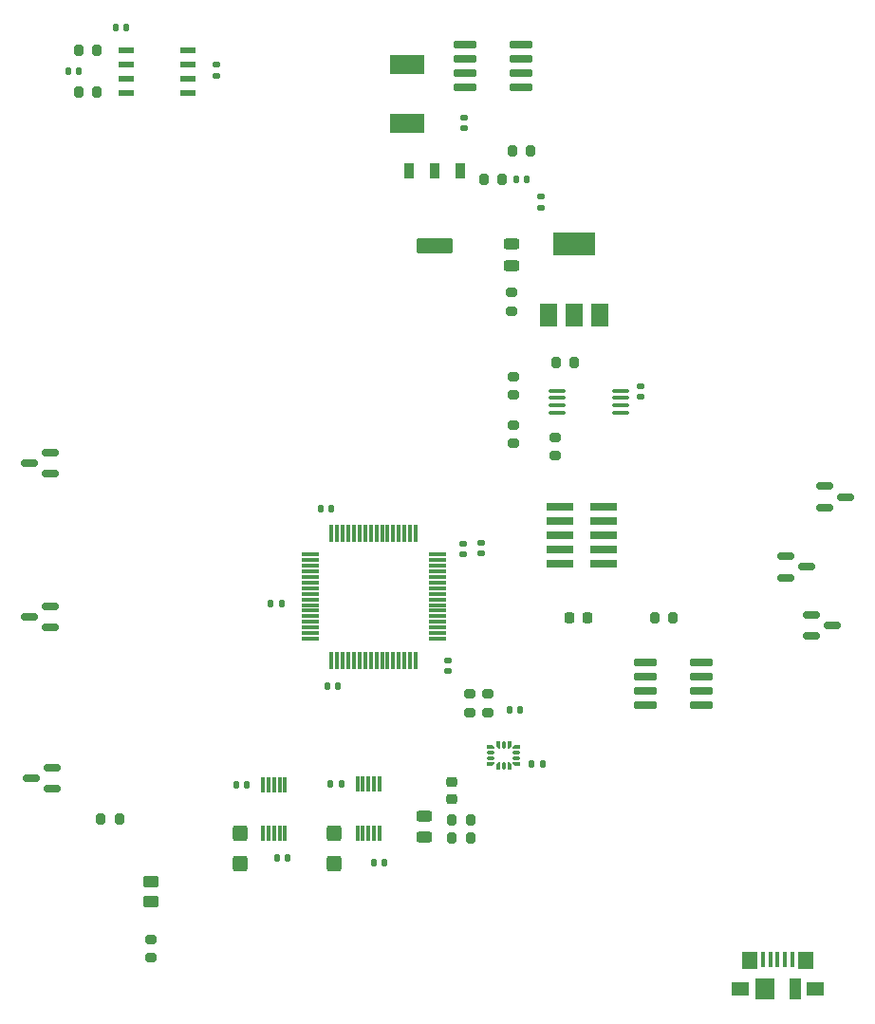
<source format=gtp>
G04 #@! TF.GenerationSoftware,KiCad,Pcbnew,(6.0.5)*
G04 #@! TF.CreationDate,2022-10-08T14:47:35-04:00*
G04 #@! TF.ProjectId,Lights_Board,4c696768-7473-45f4-926f-6172642e6b69,rev?*
G04 #@! TF.SameCoordinates,Original*
G04 #@! TF.FileFunction,Paste,Top*
G04 #@! TF.FilePolarity,Positive*
%FSLAX46Y46*%
G04 Gerber Fmt 4.6, Leading zero omitted, Abs format (unit mm)*
G04 Created by KiCad (PCBNEW (6.0.5)) date 2022-10-08 14:47:35*
%MOMM*%
%LPD*%
G01*
G04 APERTURE LIST*
G04 Aperture macros list*
%AMRoundRect*
0 Rectangle with rounded corners*
0 $1 Rounding radius*
0 $2 $3 $4 $5 $6 $7 $8 $9 X,Y pos of 4 corners*
0 Add a 4 corners polygon primitive as box body*
4,1,4,$2,$3,$4,$5,$6,$7,$8,$9,$2,$3,0*
0 Add four circle primitives for the rounded corners*
1,1,$1+$1,$2,$3*
1,1,$1+$1,$4,$5*
1,1,$1+$1,$6,$7*
1,1,$1+$1,$8,$9*
0 Add four rect primitives between the rounded corners*
20,1,$1+$1,$2,$3,$4,$5,0*
20,1,$1+$1,$4,$5,$6,$7,0*
20,1,$1+$1,$6,$7,$8,$9,0*
20,1,$1+$1,$8,$9,$2,$3,0*%
%AMFreePoly0*
4,1,48,0.036020,0.199191,0.037970,0.199714,0.040958,0.198321,0.057086,0.195477,0.069630,0.184951,0.084467,0.178033,0.290533,-0.028033,0.293203,-0.031847,0.294953,-0.032857,0.296081,-0.035957,0.305473,-0.049370,0.306900,-0.065680,0.312500,-0.081066,0.312500,-0.125000,0.310782,-0.134742,0.311361,-0.138024,0.309695,-0.140910,0.307977,-0.150652,0.295451,-0.165579,0.285709,-0.182453,
0.279350,-0.184767,0.275000,-0.189952,0.255809,-0.193336,0.237500,-0.200000,-0.237500,-0.200000,-0.247242,-0.198282,-0.250524,-0.198861,-0.253410,-0.197195,-0.263152,-0.195477,-0.278079,-0.182951,-0.294953,-0.173209,-0.297267,-0.166850,-0.302452,-0.162500,-0.305836,-0.143309,-0.312500,-0.125000,-0.312500,0.125000,-0.310782,0.134742,-0.311361,0.138024,-0.309695,0.140910,-0.307977,0.150652,
-0.295451,0.165579,-0.285709,0.182453,-0.279350,0.184767,-0.275000,0.189952,-0.255809,0.193336,-0.237500,0.200000,0.031434,0.200000,0.036020,0.199191,0.036020,0.199191,$1*%
%AMFreePoly1*
4,1,48,0.247242,0.198282,0.250524,0.198861,0.253410,0.197195,0.263152,0.195477,0.278079,0.182951,0.294953,0.173209,0.297267,0.166850,0.302452,0.162500,0.305836,0.143309,0.312500,0.125000,0.312500,0.081066,0.311691,0.076480,0.312214,0.074529,0.310820,0.071540,0.307977,0.055414,0.297452,0.042871,0.290533,0.028033,0.084467,-0.178033,0.080653,-0.180703,0.079643,-0.182453,
0.076543,-0.183581,0.063130,-0.192973,0.046819,-0.194400,0.031434,-0.200000,-0.237500,-0.200000,-0.247242,-0.198282,-0.250524,-0.198861,-0.253410,-0.197195,-0.263152,-0.195477,-0.278079,-0.182951,-0.294953,-0.173209,-0.297267,-0.166850,-0.302452,-0.162500,-0.305836,-0.143309,-0.312500,-0.125000,-0.312500,0.125000,-0.310782,0.134742,-0.311361,0.138024,-0.309695,0.140910,-0.307977,0.150652,
-0.295451,0.165579,-0.285709,0.182453,-0.279350,0.184767,-0.275000,0.189952,-0.255809,0.193336,-0.237500,0.200000,0.237500,0.200000,0.247242,0.198282,0.247242,0.198282,$1*%
%AMFreePoly2*
4,1,48,0.134742,0.310782,0.138024,0.311361,0.140910,0.309695,0.150652,0.307977,0.165579,0.295451,0.182453,0.285709,0.184767,0.279350,0.189952,0.275000,0.193336,0.255809,0.200000,0.237500,0.200000,-0.237500,0.198282,-0.247242,0.198861,-0.250524,0.197195,-0.253410,0.195477,-0.263152,0.182951,-0.278079,0.173209,-0.294953,0.166850,-0.297267,0.162500,-0.302452,0.143309,-0.305836,
0.125000,-0.312500,-0.125000,-0.312500,-0.134742,-0.310782,-0.138024,-0.311361,-0.140910,-0.309695,-0.150652,-0.307977,-0.165579,-0.295451,-0.182453,-0.285709,-0.184767,-0.279350,-0.189952,-0.275000,-0.193336,-0.255809,-0.200000,-0.237500,-0.200000,0.031434,-0.199191,0.036020,-0.199714,0.037970,-0.198321,0.040958,-0.195477,0.057086,-0.184951,0.069630,-0.178033,0.084467,0.028033,0.290533,
0.031847,0.293203,0.032857,0.294953,0.035957,0.296081,0.049370,0.305473,0.065680,0.306900,0.081066,0.312500,0.125000,0.312500,0.134742,0.310782,0.134742,0.310782,$1*%
%AMFreePoly3*
4,1,48,-0.076480,0.311691,-0.074530,0.312214,-0.071542,0.310821,-0.055414,0.307977,-0.042870,0.297451,-0.028033,0.290533,0.178033,0.084467,0.180703,0.080653,0.182453,0.079643,0.183581,0.076543,0.192973,0.063130,0.194400,0.046820,0.200000,0.031434,0.200000,-0.237500,0.198282,-0.247242,0.198861,-0.250524,0.197195,-0.253410,0.195477,-0.263152,0.182951,-0.278079,0.173209,-0.294953,
0.166850,-0.297267,0.162500,-0.302452,0.143309,-0.305836,0.125000,-0.312500,-0.125000,-0.312500,-0.134742,-0.310782,-0.138024,-0.311361,-0.140910,-0.309695,-0.150652,-0.307977,-0.165579,-0.295451,-0.182453,-0.285709,-0.184767,-0.279350,-0.189952,-0.275000,-0.193336,-0.255809,-0.200000,-0.237500,-0.200000,0.237500,-0.198282,0.247242,-0.198861,0.250524,-0.197195,0.253410,-0.195477,0.263152,
-0.182951,0.278079,-0.173209,0.294953,-0.166850,0.297267,-0.162500,0.302452,-0.143309,0.305836,-0.125000,0.312500,-0.081066,0.312500,-0.076480,0.311691,-0.076480,0.311691,$1*%
%AMFreePoly4*
4,1,48,0.247242,0.198282,0.250524,0.198861,0.253410,0.197195,0.263152,0.195477,0.278079,0.182951,0.294953,0.173209,0.297267,0.166850,0.302452,0.162500,0.305836,0.143309,0.312500,0.125000,0.312500,-0.125000,0.310782,-0.134742,0.311361,-0.138024,0.309695,-0.140910,0.307977,-0.150652,0.295451,-0.165579,0.285709,-0.182453,0.279350,-0.184767,0.275000,-0.189952,0.255809,-0.193336,
0.237500,-0.200000,-0.031434,-0.200000,-0.036020,-0.199191,-0.037971,-0.199714,-0.040960,-0.198320,-0.057086,-0.195477,-0.069629,-0.184952,-0.084467,-0.178033,-0.290533,0.028033,-0.293203,0.031847,-0.294953,0.032857,-0.296081,0.035957,-0.305473,0.049370,-0.306900,0.065681,-0.312500,0.081066,-0.312500,0.125000,-0.310782,0.134742,-0.311361,0.138024,-0.309695,0.140910,-0.307977,0.150652,
-0.295451,0.165579,-0.285709,0.182453,-0.279350,0.184767,-0.275000,0.189952,-0.255809,0.193336,-0.237500,0.200000,0.237500,0.200000,0.247242,0.198282,0.247242,0.198282,$1*%
%AMFreePoly5*
4,1,48,0.247242,0.198282,0.250524,0.198861,0.253410,0.197195,0.263152,0.195477,0.278079,0.182951,0.294953,0.173209,0.297267,0.166850,0.302452,0.162500,0.305836,0.143309,0.312500,0.125000,0.312500,-0.125000,0.310782,-0.134742,0.311361,-0.138024,0.309695,-0.140910,0.307977,-0.150652,0.295451,-0.165579,0.285709,-0.182453,0.279350,-0.184767,0.275000,-0.189952,0.255809,-0.193336,
0.237500,-0.200000,-0.237500,-0.200000,-0.247242,-0.198282,-0.250524,-0.198861,-0.253410,-0.197195,-0.263152,-0.195477,-0.278079,-0.182951,-0.294953,-0.173209,-0.297267,-0.166850,-0.302452,-0.162500,-0.305836,-0.143309,-0.312500,-0.125000,-0.312500,-0.081066,-0.311691,-0.076480,-0.312214,-0.074530,-0.310821,-0.071542,-0.307977,-0.055414,-0.297451,-0.042870,-0.290533,-0.028033,-0.084467,0.178033,
-0.080653,0.180703,-0.079643,0.182453,-0.076543,0.183581,-0.063130,0.192973,-0.046820,0.194400,-0.031434,0.200000,0.237500,0.200000,0.247242,0.198282,0.247242,0.198282,$1*%
%AMFreePoly6*
4,1,48,0.134742,0.310782,0.138024,0.311361,0.140910,0.309695,0.150652,0.307977,0.165579,0.295451,0.182453,0.285709,0.184767,0.279350,0.189952,0.275000,0.193336,0.255809,0.200000,0.237500,0.200000,-0.031434,0.199191,-0.036020,0.199714,-0.037971,0.198320,-0.040960,0.195477,-0.057086,0.184952,-0.069629,0.178033,-0.084467,-0.028033,-0.290533,-0.031847,-0.293203,-0.032857,-0.294953,
-0.035957,-0.296081,-0.049370,-0.305473,-0.065681,-0.306900,-0.081066,-0.312500,-0.125000,-0.312500,-0.134742,-0.310782,-0.138024,-0.311361,-0.140910,-0.309695,-0.150652,-0.307977,-0.165579,-0.295451,-0.182453,-0.285709,-0.184767,-0.279350,-0.189952,-0.275000,-0.193336,-0.255809,-0.200000,-0.237500,-0.200000,0.237500,-0.198282,0.247242,-0.198861,0.250524,-0.197195,0.253410,-0.195477,0.263152,
-0.182951,0.278079,-0.173209,0.294953,-0.166850,0.297267,-0.162500,0.302452,-0.143309,0.305836,-0.125000,0.312500,0.125000,0.312500,0.134742,0.310782,0.134742,0.310782,$1*%
%AMFreePoly7*
4,1,48,0.134742,0.310782,0.138024,0.311361,0.140910,0.309695,0.150652,0.307977,0.165579,0.295451,0.182453,0.285709,0.184767,0.279350,0.189952,0.275000,0.193336,0.255809,0.200000,0.237500,0.200000,-0.237500,0.198282,-0.247242,0.198861,-0.250524,0.197195,-0.253410,0.195477,-0.263152,0.182951,-0.278079,0.173209,-0.294953,0.166850,-0.297267,0.162500,-0.302452,0.143309,-0.305836,
0.125000,-0.312500,0.081066,-0.312500,0.076480,-0.311691,0.074529,-0.312214,0.071540,-0.310820,0.055414,-0.307977,0.042871,-0.297452,0.028033,-0.290533,-0.178033,-0.084467,-0.180703,-0.080653,-0.182453,-0.079643,-0.183581,-0.076543,-0.192973,-0.063130,-0.194400,-0.046819,-0.200000,-0.031434,-0.200000,0.237500,-0.198282,0.247242,-0.198861,0.250524,-0.197195,0.253410,-0.195477,0.263152,
-0.182951,0.278079,-0.173209,0.294953,-0.166850,0.297267,-0.162500,0.302452,-0.143309,0.305836,-0.125000,0.312500,0.125000,0.312500,0.134742,0.310782,0.134742,0.310782,$1*%
G04 Aperture macros list end*
%ADD10RoundRect,0.042000X-0.943000X-0.258000X0.943000X-0.258000X0.943000X0.258000X-0.943000X0.258000X0*%
%ADD11RoundRect,0.150000X-0.587500X-0.150000X0.587500X-0.150000X0.587500X0.150000X-0.587500X0.150000X0*%
%ADD12RoundRect,0.140000X0.140000X0.170000X-0.140000X0.170000X-0.140000X-0.170000X0.140000X-0.170000X0*%
%ADD13RoundRect,0.140000X-0.140000X-0.170000X0.140000X-0.170000X0.140000X0.170000X-0.140000X0.170000X0*%
%ADD14RoundRect,0.140000X0.170000X-0.140000X0.170000X0.140000X-0.170000X0.140000X-0.170000X-0.140000X0*%
%ADD15RoundRect,0.243750X0.456250X-0.243750X0.456250X0.243750X-0.456250X0.243750X-0.456250X-0.243750X0*%
%ADD16RoundRect,0.218750X0.256250X-0.218750X0.256250X0.218750X-0.256250X0.218750X-0.256250X-0.218750X0*%
%ADD17RoundRect,0.218750X0.218750X0.256250X-0.218750X0.256250X-0.218750X-0.256250X0.218750X-0.256250X0*%
%ADD18R,2.400000X0.740000*%
%ADD19R,0.450000X1.380000*%
%ADD20R,1.000000X1.900000*%
%ADD21R,1.425000X1.550000*%
%ADD22R,1.650000X1.300000*%
%ADD23R,1.800000X1.900000*%
%ADD24RoundRect,0.200000X0.200000X0.275000X-0.200000X0.275000X-0.200000X-0.275000X0.200000X-0.275000X0*%
%ADD25RoundRect,0.200000X-0.200000X-0.275000X0.200000X-0.275000X0.200000X0.275000X-0.200000X0.275000X0*%
%ADD26RoundRect,0.200000X-0.275000X0.200000X-0.275000X-0.200000X0.275000X-0.200000X0.275000X0.200000X0*%
%ADD27RoundRect,0.075000X-0.700000X-0.075000X0.700000X-0.075000X0.700000X0.075000X-0.700000X0.075000X0*%
%ADD28RoundRect,0.075000X-0.075000X-0.700000X0.075000X-0.700000X0.075000X0.700000X-0.075000X0.700000X0*%
%ADD29R,1.500000X2.000000*%
%ADD30R,3.800000X2.000000*%
%ADD31RoundRect,0.100000X-0.637500X-0.100000X0.637500X-0.100000X0.637500X0.100000X-0.637500X0.100000X0*%
%ADD32R,1.400000X0.600000*%
%ADD33RoundRect,0.140000X-0.170000X0.140000X-0.170000X-0.140000X0.170000X-0.140000X0.170000X0.140000X0*%
%ADD34RoundRect,0.150000X0.587500X0.150000X-0.587500X0.150000X-0.587500X-0.150000X0.587500X-0.150000X0*%
%ADD35RoundRect,0.093000X0.372000X0.562000X-0.372000X0.562000X-0.372000X-0.562000X0.372000X-0.562000X0*%
%ADD36RoundRect,0.131000X1.489000X0.524000X-1.489000X0.524000X-1.489000X-0.524000X1.489000X-0.524000X0*%
%ADD37RoundRect,0.250000X-0.425000X0.450000X-0.425000X-0.450000X0.425000X-0.450000X0.425000X0.450000X0*%
%ADD38R,0.300000X1.400000*%
%ADD39R,3.150000X1.780000*%
%ADD40RoundRect,0.250000X-0.450000X0.262500X-0.450000X-0.262500X0.450000X-0.262500X0.450000X0.262500X0*%
%ADD41FreePoly0,0.000000*%
%ADD42RoundRect,0.100000X-0.212500X-0.100000X0.212500X-0.100000X0.212500X0.100000X-0.212500X0.100000X0*%
%ADD43FreePoly1,0.000000*%
%ADD44FreePoly2,0.000000*%
%ADD45RoundRect,0.100000X-0.100000X-0.212500X0.100000X-0.212500X0.100000X0.212500X-0.100000X0.212500X0*%
%ADD46FreePoly3,0.000000*%
%ADD47FreePoly4,0.000000*%
%ADD48FreePoly5,0.000000*%
%ADD49FreePoly6,0.000000*%
%ADD50FreePoly7,0.000000*%
G04 APERTURE END LIST*
D10*
X168572500Y-119253000D03*
X168572500Y-120523000D03*
X168572500Y-121793000D03*
X168572500Y-123063000D03*
X173522500Y-123063000D03*
X173522500Y-121793000D03*
X173522500Y-120523000D03*
X173522500Y-119253000D03*
X152465000Y-64135000D03*
X152465000Y-65405000D03*
X152465000Y-66675000D03*
X152465000Y-67945000D03*
X157415000Y-67945000D03*
X157415000Y-66675000D03*
X157415000Y-65405000D03*
X157415000Y-64135000D03*
D11*
X183339500Y-115001000D03*
X183339500Y-116901000D03*
X185214500Y-115951000D03*
D12*
X117980000Y-66500000D03*
X117020000Y-66500000D03*
D13*
X157000000Y-76200000D03*
X157960000Y-76200000D03*
D14*
X152400000Y-71600000D03*
X152400000Y-70640000D03*
X168100000Y-95580000D03*
X168100000Y-94620000D03*
X159250000Y-78680000D03*
X159250000Y-77720000D03*
D15*
X148800000Y-134837500D03*
X148800000Y-132962500D03*
D16*
X151300000Y-131487500D03*
X151300000Y-129912500D03*
D15*
X156600000Y-83837500D03*
X156600000Y-81962500D03*
D17*
X163347500Y-115300000D03*
X161772500Y-115300000D03*
D18*
X164850000Y-110440000D03*
X160950000Y-110440000D03*
X164850000Y-109170000D03*
X160950000Y-109170000D03*
X164850000Y-107900000D03*
X160950000Y-107900000D03*
X164850000Y-106630000D03*
X160950000Y-106630000D03*
X164850000Y-105360000D03*
X160950000Y-105360000D03*
D19*
X179040000Y-145740000D03*
X179690000Y-145740000D03*
X180340000Y-145740000D03*
X180990000Y-145740000D03*
X181640000Y-145740000D03*
D20*
X181890000Y-148400000D03*
D21*
X177852500Y-145825000D03*
D22*
X176965000Y-148400000D03*
X183715000Y-148400000D03*
D21*
X182827500Y-145825000D03*
D23*
X179190000Y-148400000D03*
D24*
X152925000Y-133300000D03*
X151275000Y-133300000D03*
D25*
X160575000Y-92500000D03*
X162225000Y-92500000D03*
D26*
X156800000Y-93775000D03*
X156800000Y-95425000D03*
D24*
X119637500Y-64700000D03*
X117987500Y-64700000D03*
X119625000Y-68400000D03*
X117975000Y-68400000D03*
D26*
X156800000Y-98075000D03*
X156800000Y-99725000D03*
X160500000Y-99175000D03*
X160500000Y-100825000D03*
X156600000Y-86275000D03*
X156600000Y-87925000D03*
D27*
X138625000Y-109650000D03*
X138625000Y-110150000D03*
X138625000Y-110650000D03*
X138625000Y-111150000D03*
X138625000Y-111650000D03*
X138625000Y-112150000D03*
X138625000Y-112650000D03*
X138625000Y-113150000D03*
X138625000Y-113650000D03*
X138625000Y-114150000D03*
X138625000Y-114650000D03*
X138625000Y-115150000D03*
X138625000Y-115650000D03*
X138625000Y-116150000D03*
X138625000Y-116650000D03*
X138625000Y-117150000D03*
D28*
X140550000Y-119075000D03*
X141050000Y-119075000D03*
X141550000Y-119075000D03*
X142050000Y-119075000D03*
X142550000Y-119075000D03*
X143050000Y-119075000D03*
X143550000Y-119075000D03*
X144050000Y-119075000D03*
X144550000Y-119075000D03*
X145050000Y-119075000D03*
X145550000Y-119075000D03*
X146050000Y-119075000D03*
X146550000Y-119075000D03*
X147050000Y-119075000D03*
X147550000Y-119075000D03*
X148050000Y-119075000D03*
D27*
X149975000Y-117150000D03*
X149975000Y-116650000D03*
X149975000Y-116150000D03*
X149975000Y-115650000D03*
X149975000Y-115150000D03*
X149975000Y-114650000D03*
X149975000Y-114150000D03*
X149975000Y-113650000D03*
X149975000Y-113150000D03*
X149975000Y-112650000D03*
X149975000Y-112150000D03*
X149975000Y-111650000D03*
X149975000Y-111150000D03*
X149975000Y-110650000D03*
X149975000Y-110150000D03*
X149975000Y-109650000D03*
D28*
X148050000Y-107725000D03*
X147550000Y-107725000D03*
X147050000Y-107725000D03*
X146550000Y-107725000D03*
X146050000Y-107725000D03*
X145550000Y-107725000D03*
X145050000Y-107725000D03*
X144550000Y-107725000D03*
X144050000Y-107725000D03*
X143550000Y-107725000D03*
X143050000Y-107725000D03*
X142550000Y-107725000D03*
X142050000Y-107725000D03*
X141550000Y-107725000D03*
X141050000Y-107725000D03*
X140550000Y-107725000D03*
D29*
X159900000Y-88250000D03*
X162200000Y-88250000D03*
D30*
X162200000Y-81950000D03*
D29*
X164500000Y-88250000D03*
D31*
X160637500Y-95025000D03*
X160637500Y-95675000D03*
X160637500Y-96325000D03*
X160637500Y-96975000D03*
X166362500Y-96975000D03*
X166362500Y-96325000D03*
X166362500Y-95675000D03*
X166362500Y-95025000D03*
D32*
X127750000Y-68505000D03*
X127750000Y-67235000D03*
X127750000Y-65965000D03*
X127750000Y-64695000D03*
X122250000Y-64695000D03*
X122250000Y-65965000D03*
X122250000Y-67235000D03*
X122250000Y-68505000D03*
D24*
X152925000Y-134900000D03*
X151275000Y-134900000D03*
X121625000Y-133200000D03*
X119975000Y-133200000D03*
D12*
X122215000Y-62640000D03*
X121255000Y-62640000D03*
D14*
X152260000Y-109640000D03*
X152260000Y-108680000D03*
X153850000Y-109565000D03*
X153850000Y-108605000D03*
D33*
X150920000Y-119085000D03*
X150920000Y-120045000D03*
D12*
X140545000Y-105560000D03*
X139585000Y-105560000D03*
X136085000Y-114010000D03*
X135125000Y-114010000D03*
X141095000Y-121400000D03*
X140135000Y-121400000D03*
D34*
X115437500Y-102450000D03*
X115437500Y-100550000D03*
X113562500Y-101500000D03*
X115487500Y-116150000D03*
X115487500Y-114250000D03*
X113612500Y-115200000D03*
X115637500Y-130550000D03*
X115637500Y-128650000D03*
X113762500Y-129600000D03*
D11*
X184562500Y-103550000D03*
X184562500Y-105450000D03*
X186437500Y-104500000D03*
X182928500Y-110744000D03*
X181053500Y-111694000D03*
X181053500Y-109794000D03*
D33*
X130270000Y-65965000D03*
X130270000Y-66925000D03*
D35*
X152023000Y-75395000D03*
X149733000Y-75395000D03*
X147443000Y-75395000D03*
D36*
X149733000Y-82085000D03*
D37*
X140750000Y-134500000D03*
X140750000Y-137200000D03*
D38*
X134400000Y-134550000D03*
X134900000Y-134550000D03*
X135400000Y-134550000D03*
X135900000Y-134550000D03*
X136400000Y-134550000D03*
X136400000Y-130150000D03*
X135900000Y-130150000D03*
X135400000Y-130150000D03*
X134900000Y-130150000D03*
X134400000Y-130150000D03*
D12*
X157385000Y-123500000D03*
X156425000Y-123500000D03*
D24*
X171005000Y-115300000D03*
X169355000Y-115300000D03*
D26*
X154475000Y-122100000D03*
X154475000Y-123750000D03*
X124460000Y-143955000D03*
X124460000Y-145605000D03*
D39*
X147320000Y-65965000D03*
X147320000Y-71195000D03*
D13*
X158415000Y-128350000D03*
X159375000Y-128350000D03*
D40*
X124460000Y-138787500D03*
X124460000Y-140612500D03*
D25*
X156655000Y-73660000D03*
X158305000Y-73660000D03*
D26*
X152900000Y-122100000D03*
X152900000Y-123750000D03*
D37*
X132350000Y-134550000D03*
X132350000Y-137250000D03*
D38*
X142850000Y-134500000D03*
X143350000Y-134500000D03*
X143850000Y-134500000D03*
X144350000Y-134500000D03*
X144850000Y-134500000D03*
X144850000Y-130100000D03*
X144350000Y-130100000D03*
X143850000Y-130100000D03*
X143350000Y-130100000D03*
X142850000Y-130100000D03*
D41*
X154737500Y-126825000D03*
D42*
X154737500Y-127325000D03*
X154737500Y-127825000D03*
D43*
X154737500Y-128325000D03*
D44*
X155400000Y-128487500D03*
D45*
X155900000Y-128487500D03*
D46*
X156400000Y-128487500D03*
D47*
X157062500Y-128325000D03*
D42*
X157062500Y-127825000D03*
X157062500Y-127325000D03*
D48*
X157062500Y-126825000D03*
D49*
X156400000Y-126662500D03*
D45*
X155900000Y-126662500D03*
D50*
X155400000Y-126662500D03*
D13*
X132050000Y-130150000D03*
X133010000Y-130150000D03*
D12*
X145260000Y-137160000D03*
X144300000Y-137160000D03*
D13*
X140470000Y-130100000D03*
X141430000Y-130100000D03*
D12*
X136640000Y-136700000D03*
X135680000Y-136700000D03*
D24*
X155765000Y-76200000D03*
X154115000Y-76200000D03*
M02*

</source>
